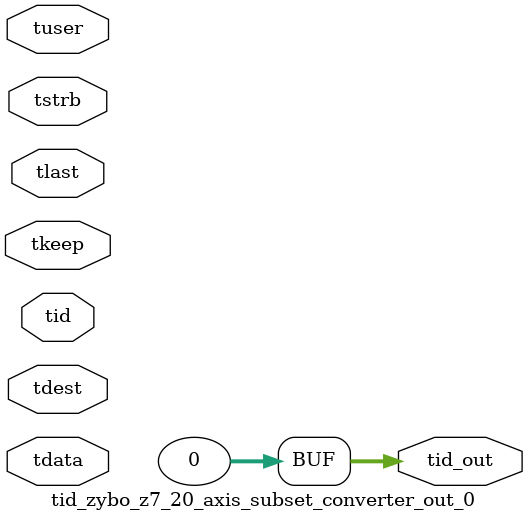
<source format=v>


`timescale 1ps/1ps

module tid_zybo_z7_20_axis_subset_converter_out_0 #
(
parameter C_S_AXIS_TID_WIDTH   = 1,
parameter C_S_AXIS_TUSER_WIDTH = 0,
parameter C_S_AXIS_TDATA_WIDTH = 0,
parameter C_S_AXIS_TDEST_WIDTH = 0,
parameter C_M_AXIS_TID_WIDTH   = 32
)
(
input  [(C_S_AXIS_TID_WIDTH   == 0 ? 1 : C_S_AXIS_TID_WIDTH)-1:0       ] tid,
input  [(C_S_AXIS_TDATA_WIDTH == 0 ? 1 : C_S_AXIS_TDATA_WIDTH)-1:0     ] tdata,
input  [(C_S_AXIS_TUSER_WIDTH == 0 ? 1 : C_S_AXIS_TUSER_WIDTH)-1:0     ] tuser,
input  [(C_S_AXIS_TDEST_WIDTH == 0 ? 1 : C_S_AXIS_TDEST_WIDTH)-1:0     ] tdest,
input  [(C_S_AXIS_TDATA_WIDTH/8)-1:0 ] tkeep,
input  [(C_S_AXIS_TDATA_WIDTH/8)-1:0 ] tstrb,
input                                                                    tlast,
output [(C_M_AXIS_TID_WIDTH   == 0 ? 1 : C_M_AXIS_TID_WIDTH)-1:0       ] tid_out
);

assign tid_out = {1'b0};

endmodule


</source>
